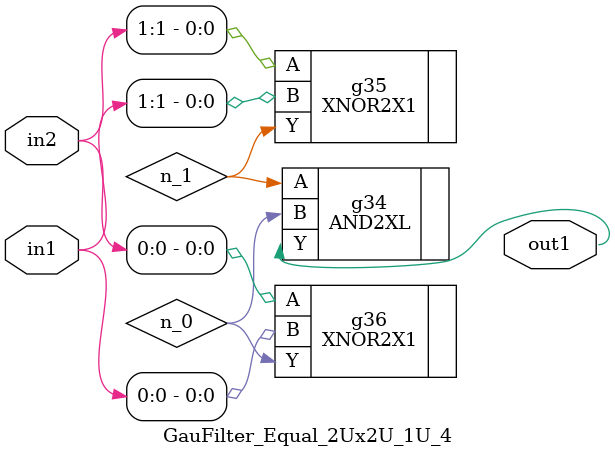
<source format=v>
`timescale 1ps / 1ps


module GauFilter_Equal_2Ux2U_1U_4(in2, in1, out1);
  input [1:0] in2, in1;
  output out1;
  wire [1:0] in2, in1;
  wire out1;
  wire n_0, n_1;
  AND2XL g34(.A (n_1), .B (n_0), .Y (out1));
  XNOR2X1 g35(.A (in2[1]), .B (in1[1]), .Y (n_1));
  XNOR2X1 g36(.A (in2[0]), .B (in1[0]), .Y (n_0));
endmodule


</source>
